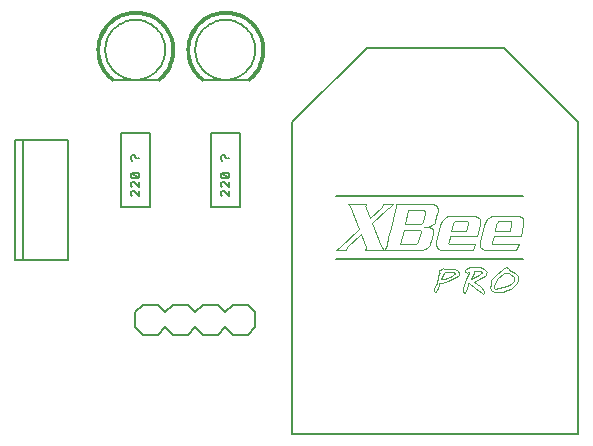
<source format=gto>
G75*
G70*
%OFA0B0*%
%FSLAX24Y24*%
%IPPOS*%
%LPD*%
%AMOC8*
5,1,8,0,0,1.08239X$1,22.5*
%
%ADD10C,0.0080*%
%ADD11C,0.0060*%
%ADD12C,0.0040*%
%ADD13C,0.0010*%
%ADD14C,0.0050*%
D10*
X010100Y011500D02*
X010100Y015500D01*
X010350Y015500D01*
X010350Y011500D01*
X010100Y011500D01*
X010350Y011500D02*
X011850Y011500D01*
X011850Y015500D01*
X010350Y015500D01*
X013350Y017500D02*
X014850Y017500D01*
X016350Y017500D02*
X017850Y017500D01*
X019336Y016083D02*
X021826Y018573D01*
X026374Y018573D01*
X028864Y016083D01*
X028864Y005687D01*
X019336Y005687D01*
X019336Y016083D01*
X017572Y015740D02*
X017572Y013260D01*
X016628Y013260D01*
X016628Y015740D01*
X017572Y015740D01*
X014572Y015740D02*
X014572Y013260D01*
X013628Y013260D01*
X013628Y015740D01*
X014572Y015740D01*
X014350Y010000D02*
X014100Y009750D01*
X014100Y009250D01*
X014350Y009000D01*
X014850Y009000D01*
X015100Y009250D01*
X015350Y009000D01*
X015850Y009000D01*
X016100Y009250D01*
X016350Y009000D01*
X016850Y009000D01*
X017100Y009250D01*
X017350Y009000D01*
X017850Y009000D01*
X018100Y009250D01*
X018100Y009750D01*
X017850Y010000D01*
X017350Y010000D01*
X017100Y009750D01*
X016850Y010000D01*
X016350Y010000D01*
X016100Y009750D01*
X015850Y010000D01*
X015350Y010000D01*
X015100Y009750D01*
X014850Y010000D01*
X014350Y010000D01*
D11*
X020800Y011541D02*
X027028Y011541D01*
X027028Y013629D02*
X020800Y013629D01*
X016100Y018500D02*
X016102Y018563D01*
X016108Y018625D01*
X016118Y018687D01*
X016131Y018749D01*
X016149Y018809D01*
X016170Y018868D01*
X016195Y018926D01*
X016224Y018982D01*
X016256Y019036D01*
X016291Y019088D01*
X016329Y019137D01*
X016371Y019185D01*
X016415Y019229D01*
X016463Y019271D01*
X016512Y019309D01*
X016564Y019344D01*
X016618Y019376D01*
X016674Y019405D01*
X016732Y019430D01*
X016791Y019451D01*
X016851Y019469D01*
X016913Y019482D01*
X016975Y019492D01*
X017037Y019498D01*
X017100Y019500D01*
X017163Y019498D01*
X017225Y019492D01*
X017287Y019482D01*
X017349Y019469D01*
X017409Y019451D01*
X017468Y019430D01*
X017526Y019405D01*
X017582Y019376D01*
X017636Y019344D01*
X017688Y019309D01*
X017737Y019271D01*
X017785Y019229D01*
X017829Y019185D01*
X017871Y019137D01*
X017909Y019088D01*
X017944Y019036D01*
X017976Y018982D01*
X018005Y018926D01*
X018030Y018868D01*
X018051Y018809D01*
X018069Y018749D01*
X018082Y018687D01*
X018092Y018625D01*
X018098Y018563D01*
X018100Y018500D01*
X018098Y018437D01*
X018092Y018375D01*
X018082Y018313D01*
X018069Y018251D01*
X018051Y018191D01*
X018030Y018132D01*
X018005Y018074D01*
X017976Y018018D01*
X017944Y017964D01*
X017909Y017912D01*
X017871Y017863D01*
X017829Y017815D01*
X017785Y017771D01*
X017737Y017729D01*
X017688Y017691D01*
X017636Y017656D01*
X017582Y017624D01*
X017526Y017595D01*
X017468Y017570D01*
X017409Y017549D01*
X017349Y017531D01*
X017287Y017518D01*
X017225Y017508D01*
X017163Y017502D01*
X017100Y017500D01*
X017037Y017502D01*
X016975Y017508D01*
X016913Y017518D01*
X016851Y017531D01*
X016791Y017549D01*
X016732Y017570D01*
X016674Y017595D01*
X016618Y017624D01*
X016564Y017656D01*
X016512Y017691D01*
X016463Y017729D01*
X016415Y017771D01*
X016371Y017815D01*
X016329Y017863D01*
X016291Y017912D01*
X016256Y017964D01*
X016224Y018018D01*
X016195Y018074D01*
X016170Y018132D01*
X016149Y018191D01*
X016131Y018251D01*
X016118Y018313D01*
X016108Y018375D01*
X016102Y018437D01*
X016100Y018500D01*
X013100Y018500D02*
X013102Y018563D01*
X013108Y018625D01*
X013118Y018687D01*
X013131Y018749D01*
X013149Y018809D01*
X013170Y018868D01*
X013195Y018926D01*
X013224Y018982D01*
X013256Y019036D01*
X013291Y019088D01*
X013329Y019137D01*
X013371Y019185D01*
X013415Y019229D01*
X013463Y019271D01*
X013512Y019309D01*
X013564Y019344D01*
X013618Y019376D01*
X013674Y019405D01*
X013732Y019430D01*
X013791Y019451D01*
X013851Y019469D01*
X013913Y019482D01*
X013975Y019492D01*
X014037Y019498D01*
X014100Y019500D01*
X014163Y019498D01*
X014225Y019492D01*
X014287Y019482D01*
X014349Y019469D01*
X014409Y019451D01*
X014468Y019430D01*
X014526Y019405D01*
X014582Y019376D01*
X014636Y019344D01*
X014688Y019309D01*
X014737Y019271D01*
X014785Y019229D01*
X014829Y019185D01*
X014871Y019137D01*
X014909Y019088D01*
X014944Y019036D01*
X014976Y018982D01*
X015005Y018926D01*
X015030Y018868D01*
X015051Y018809D01*
X015069Y018749D01*
X015082Y018687D01*
X015092Y018625D01*
X015098Y018563D01*
X015100Y018500D01*
X015098Y018437D01*
X015092Y018375D01*
X015082Y018313D01*
X015069Y018251D01*
X015051Y018191D01*
X015030Y018132D01*
X015005Y018074D01*
X014976Y018018D01*
X014944Y017964D01*
X014909Y017912D01*
X014871Y017863D01*
X014829Y017815D01*
X014785Y017771D01*
X014737Y017729D01*
X014688Y017691D01*
X014636Y017656D01*
X014582Y017624D01*
X014526Y017595D01*
X014468Y017570D01*
X014409Y017549D01*
X014349Y017531D01*
X014287Y017518D01*
X014225Y017508D01*
X014163Y017502D01*
X014100Y017500D01*
X014037Y017502D01*
X013975Y017508D01*
X013913Y017518D01*
X013851Y017531D01*
X013791Y017549D01*
X013732Y017570D01*
X013674Y017595D01*
X013618Y017624D01*
X013564Y017656D01*
X013512Y017691D01*
X013463Y017729D01*
X013415Y017771D01*
X013371Y017815D01*
X013329Y017863D01*
X013291Y017912D01*
X013256Y017964D01*
X013224Y018018D01*
X013195Y018074D01*
X013170Y018132D01*
X013149Y018191D01*
X013131Y018251D01*
X013118Y018313D01*
X013108Y018375D01*
X013102Y018437D01*
X013100Y018500D01*
D12*
X020783Y011837D02*
X020920Y011935D01*
X021556Y012533D01*
X021244Y013295D01*
X021183Y013355D01*
X021786Y013355D01*
X021786Y013322D01*
X021770Y013289D01*
X021786Y013262D01*
X021786Y013235D01*
X021924Y012889D01*
X022313Y013273D01*
X022335Y013300D01*
X022351Y013333D01*
X022357Y013355D01*
X022702Y013355D01*
X022631Y013306D01*
X022576Y013268D01*
X022499Y013202D01*
X021984Y012719D01*
X022291Y011963D01*
X022379Y011842D01*
X022395Y011842D01*
X022428Y011875D01*
X022472Y012007D01*
X022538Y012253D01*
X022614Y012566D01*
X022757Y013147D01*
X022779Y013246D01*
X022779Y013355D01*
X024023Y013355D01*
X024089Y013339D01*
X024133Y013311D01*
X024166Y013251D01*
X024188Y013196D01*
X024188Y013103D01*
X024171Y013059D01*
X024105Y012785D01*
X024084Y012730D01*
X024001Y012648D01*
X023936Y012621D01*
X023848Y012599D01*
X023738Y012599D01*
X023897Y012577D01*
X024012Y012522D01*
X024018Y012511D01*
X024018Y012363D01*
X023957Y012122D01*
X023919Y012061D01*
X023908Y011996D01*
X023826Y011902D01*
X023760Y011870D01*
X023656Y011837D01*
X021754Y011837D01*
X021786Y011897D01*
X021786Y011935D01*
X021611Y012368D01*
X021156Y011924D01*
X021107Y011837D01*
X020783Y011837D01*
X022916Y012023D02*
X023042Y012505D01*
X023541Y012505D01*
X023585Y012489D01*
X023612Y012451D01*
X023612Y012434D01*
X023530Y012111D01*
X023508Y012078D01*
X023469Y012034D01*
X023448Y012023D01*
X022916Y012023D01*
X023080Y012703D02*
X023195Y013169D01*
X023700Y013169D01*
X023749Y013141D01*
X023755Y013054D01*
X023678Y012763D01*
X023661Y012725D01*
X023629Y012703D01*
X023080Y012703D01*
X024138Y012122D02*
X024127Y012034D01*
X024127Y011979D01*
X024144Y011919D01*
X024171Y011880D01*
X024215Y011848D01*
X024259Y011837D01*
X025344Y011837D01*
X025421Y012023D01*
X025350Y012012D01*
X024560Y012012D01*
X024539Y012029D01*
X024533Y012067D01*
X024544Y012100D01*
X024588Y012286D01*
X025487Y012286D01*
X025580Y012664D01*
X025580Y012856D01*
X025558Y012878D01*
X025487Y012933D01*
X025427Y012955D01*
X024566Y012955D01*
X024533Y012950D01*
X024467Y012928D01*
X024380Y012873D01*
X024330Y012801D01*
X024264Y012670D01*
X024248Y012610D01*
X024138Y012122D01*
X024637Y012462D02*
X024643Y012456D01*
X025114Y012456D01*
X025174Y012692D01*
X025174Y012763D01*
X025158Y012780D01*
X025136Y012785D01*
X024747Y012785D01*
X024714Y012769D01*
X024692Y012730D01*
X024676Y012686D01*
X024637Y012462D01*
X025597Y012122D02*
X025586Y012034D01*
X025586Y011979D01*
X025602Y011919D01*
X025629Y011880D01*
X025673Y011848D01*
X025717Y011837D01*
X026803Y011837D01*
X026879Y012023D01*
X026808Y012012D01*
X026019Y012012D01*
X025997Y012029D01*
X025991Y012067D01*
X026002Y012100D01*
X026046Y012286D01*
X026945Y012286D01*
X027038Y012664D01*
X027038Y012856D01*
X027017Y012878D01*
X026945Y012933D01*
X026885Y012955D01*
X026024Y012955D01*
X025991Y012950D01*
X025926Y012928D01*
X025838Y012873D01*
X025789Y012801D01*
X025723Y012670D01*
X025706Y012610D01*
X025597Y012122D01*
X026096Y012462D02*
X026101Y012456D01*
X026572Y012456D01*
X026633Y012692D01*
X026633Y012763D01*
X026616Y012780D01*
X026594Y012785D01*
X026205Y012785D01*
X026172Y012769D01*
X026150Y012730D01*
X026134Y012686D01*
X026096Y012462D01*
X026457Y011245D02*
X026342Y011184D01*
X026134Y011009D01*
X025986Y010861D01*
X025969Y010817D01*
X025942Y010685D01*
X025937Y010576D01*
X025991Y010472D01*
X026085Y010411D01*
X026211Y010411D01*
X026370Y010433D01*
X026474Y010499D01*
X026616Y010532D01*
X026693Y010609D01*
X026797Y010691D01*
X026858Y010800D01*
X026869Y010872D01*
X026841Y010976D01*
X026748Y011053D01*
X026638Y011129D01*
X026561Y011151D01*
X026556Y011179D01*
X026518Y011223D01*
X026463Y011245D01*
X026403Y011058D02*
X026342Y011014D01*
X026200Y010905D01*
X026106Y010779D01*
X026057Y010620D01*
X026052Y010565D01*
X026101Y010537D01*
X026233Y010543D01*
X026364Y010592D01*
X026501Y010636D01*
X026616Y010702D01*
X026726Y010779D01*
X026726Y010910D01*
X026605Y011036D01*
X026540Y011058D01*
X026403Y011058D01*
X025816Y011102D02*
X025789Y011053D01*
X025789Y011009D01*
X025745Y010965D01*
X025684Y010927D01*
X025564Y010872D01*
X025449Y010800D01*
X025394Y010768D01*
X025476Y010685D01*
X025580Y010614D01*
X025657Y010554D01*
X025701Y010499D01*
X025723Y010444D01*
X025728Y010411D01*
X025712Y010378D01*
X025695Y010373D01*
X025651Y010406D01*
X025438Y010576D01*
X025235Y010713D01*
X025196Y010713D01*
X025185Y010674D01*
X025147Y010565D01*
X025114Y010466D01*
X025092Y010411D01*
X025092Y010378D01*
X025032Y010433D01*
X025026Y010515D01*
X025037Y010570D01*
X025087Y010746D01*
X025114Y010844D01*
X025174Y010981D01*
X025213Y011053D01*
X025229Y011091D01*
X025191Y011097D01*
X025147Y011064D01*
X025147Y011069D01*
X025131Y011091D01*
X025103Y011107D01*
X025092Y011129D01*
X025098Y011162D01*
X025131Y011195D01*
X025191Y011217D01*
X025262Y011245D01*
X025580Y011245D01*
X025646Y011228D01*
X025723Y011201D01*
X025767Y011173D01*
X025805Y011129D01*
X025816Y011102D01*
X025662Y011069D02*
X025624Y011058D01*
X025569Y011003D01*
X025492Y010959D01*
X025421Y010921D01*
X025339Y010905D01*
X025273Y010872D01*
X025377Y011058D01*
X025383Y011113D01*
X025580Y011113D01*
X025646Y011102D01*
X025662Y011069D01*
X024895Y011075D02*
X024895Y011053D01*
X024873Y011003D01*
X024840Y010965D01*
X024774Y010921D01*
X024533Y010800D01*
X024407Y010751D01*
X024308Y010729D01*
X024275Y010724D01*
X024237Y010724D01*
X024221Y010674D01*
X024188Y010576D01*
X024160Y010488D01*
X024138Y010450D01*
X024127Y010428D01*
X024105Y010417D01*
X024078Y010433D01*
X024056Y010466D01*
X024056Y010504D01*
X024067Y010548D01*
X024116Y010652D01*
X024149Y010729D01*
X024160Y010800D01*
X024177Y010866D01*
X024204Y010954D01*
X024232Y011020D01*
X024259Y011064D01*
X024215Y011064D01*
X024215Y011157D01*
X024264Y011157D01*
X024308Y011190D01*
X024352Y011234D01*
X024401Y011206D01*
X024599Y011206D01*
X024758Y011190D01*
X024867Y011124D01*
X024895Y011075D01*
X024769Y011058D02*
X024763Y011042D01*
X024736Y011020D01*
X024648Y010976D01*
X024577Y010927D01*
X024478Y010899D01*
X024407Y010872D01*
X024363Y010866D01*
X024297Y010866D01*
X024396Y011069D01*
X024407Y011097D01*
X024687Y011097D01*
X024752Y011069D01*
X024769Y011058D01*
D13*
X017880Y017468D02*
X017826Y017540D01*
X017827Y017539D02*
X017880Y017582D01*
X017931Y017627D01*
X017979Y017676D01*
X018024Y017727D01*
X018067Y017781D01*
X018106Y017837D01*
X018142Y017895D01*
X018175Y017955D01*
X018204Y018016D01*
X018229Y018080D01*
X018251Y018144D01*
X018270Y018210D01*
X018284Y018277D01*
X018295Y018344D01*
X018302Y018412D01*
X018305Y018480D01*
X018304Y018549D01*
X018299Y018617D01*
X018291Y018685D01*
X018278Y018752D01*
X018262Y018818D01*
X018242Y018883D01*
X018219Y018948D01*
X018192Y019010D01*
X018161Y019071D01*
X018127Y019130D01*
X018090Y019188D01*
X018049Y019243D01*
X018005Y019295D01*
X017959Y019345D01*
X017910Y019392D01*
X017858Y019437D01*
X017804Y019478D01*
X017747Y019517D01*
X017688Y019552D01*
X017628Y019583D01*
X017566Y019611D01*
X017502Y019636D01*
X017437Y019657D01*
X017371Y019674D01*
X017304Y019688D01*
X017236Y019697D01*
X017168Y019703D01*
X017100Y019705D01*
X017032Y019703D01*
X016964Y019697D01*
X016896Y019688D01*
X016829Y019674D01*
X016763Y019657D01*
X016698Y019636D01*
X016634Y019611D01*
X016572Y019583D01*
X016512Y019552D01*
X016453Y019517D01*
X016396Y019478D01*
X016342Y019437D01*
X016290Y019392D01*
X016241Y019345D01*
X016195Y019295D01*
X016151Y019243D01*
X016110Y019188D01*
X016073Y019130D01*
X016039Y019071D01*
X016008Y019010D01*
X015981Y018948D01*
X015958Y018883D01*
X015938Y018818D01*
X015922Y018752D01*
X015909Y018685D01*
X015901Y018617D01*
X015896Y018549D01*
X015895Y018480D01*
X015898Y018412D01*
X015905Y018344D01*
X015916Y018277D01*
X015930Y018210D01*
X015949Y018144D01*
X015971Y018080D01*
X015996Y018016D01*
X016025Y017955D01*
X016058Y017895D01*
X016094Y017837D01*
X016133Y017781D01*
X016176Y017727D01*
X016221Y017676D01*
X016269Y017627D01*
X016320Y017582D01*
X016373Y017539D01*
X016320Y017468D01*
X016319Y017467D01*
X016264Y017511D01*
X016211Y017559D01*
X016160Y017609D01*
X016113Y017662D01*
X016069Y017717D01*
X016027Y017775D01*
X015989Y017835D01*
X015954Y017896D01*
X015923Y017960D01*
X015895Y018025D01*
X015871Y018092D01*
X015850Y018160D01*
X015834Y018229D01*
X015821Y018299D01*
X015812Y018369D01*
X015806Y018440D01*
X015805Y018511D01*
X015808Y018582D01*
X015814Y018653D01*
X015824Y018723D01*
X015838Y018792D01*
X015856Y018861D01*
X015878Y018929D01*
X015903Y018995D01*
X015932Y019060D01*
X015965Y019123D01*
X016001Y019184D01*
X016040Y019243D01*
X016082Y019300D01*
X016127Y019355D01*
X016176Y019407D01*
X016227Y019456D01*
X016280Y019503D01*
X016337Y019546D01*
X016395Y019586D01*
X016456Y019623D01*
X016518Y019657D01*
X016582Y019687D01*
X016648Y019714D01*
X016715Y019737D01*
X016784Y019756D01*
X016853Y019771D01*
X016923Y019783D01*
X016994Y019791D01*
X017065Y019795D01*
X017135Y019795D01*
X017206Y019791D01*
X017277Y019783D01*
X017347Y019771D01*
X017416Y019756D01*
X017485Y019737D01*
X017552Y019714D01*
X017618Y019687D01*
X017682Y019657D01*
X017744Y019623D01*
X017805Y019586D01*
X017863Y019546D01*
X017920Y019503D01*
X017973Y019456D01*
X018024Y019407D01*
X018073Y019355D01*
X018118Y019300D01*
X018160Y019243D01*
X018199Y019184D01*
X018235Y019123D01*
X018268Y019060D01*
X018297Y018995D01*
X018322Y018929D01*
X018344Y018861D01*
X018362Y018792D01*
X018376Y018723D01*
X018386Y018653D01*
X018392Y018582D01*
X018395Y018511D01*
X018394Y018440D01*
X018388Y018369D01*
X018379Y018299D01*
X018366Y018229D01*
X018350Y018160D01*
X018329Y018092D01*
X018305Y018025D01*
X018277Y017960D01*
X018246Y017896D01*
X018211Y017835D01*
X018173Y017775D01*
X018131Y017717D01*
X018087Y017662D01*
X018040Y017609D01*
X017989Y017559D01*
X017936Y017511D01*
X017881Y017467D01*
X017876Y017474D01*
X017931Y017519D01*
X017984Y017566D01*
X018035Y017617D01*
X018082Y017670D01*
X018127Y017726D01*
X018168Y017784D01*
X018206Y017844D01*
X018241Y017906D01*
X018272Y017970D01*
X018299Y018036D01*
X018323Y018103D01*
X018343Y018172D01*
X018360Y018241D01*
X018372Y018311D01*
X018381Y018382D01*
X018385Y018453D01*
X018386Y018524D01*
X018382Y018595D01*
X018375Y018666D01*
X018364Y018737D01*
X018349Y018806D01*
X018330Y018875D01*
X018307Y018943D01*
X018281Y019009D01*
X018251Y019074D01*
X018217Y019136D01*
X018181Y019197D01*
X018140Y019256D01*
X018097Y019313D01*
X018050Y019367D01*
X018001Y019418D01*
X017948Y019466D01*
X017894Y019512D01*
X017836Y019554D01*
X017777Y019593D01*
X017715Y019629D01*
X017652Y019662D01*
X017587Y019690D01*
X017520Y019716D01*
X017452Y019737D01*
X017383Y019755D01*
X017313Y019768D01*
X017242Y019778D01*
X017171Y019784D01*
X017100Y019786D01*
X017029Y019784D01*
X016958Y019778D01*
X016887Y019768D01*
X016817Y019755D01*
X016748Y019737D01*
X016680Y019716D01*
X016613Y019690D01*
X016548Y019662D01*
X016485Y019629D01*
X016423Y019593D01*
X016364Y019554D01*
X016306Y019512D01*
X016252Y019466D01*
X016199Y019418D01*
X016150Y019367D01*
X016103Y019313D01*
X016060Y019256D01*
X016019Y019197D01*
X015983Y019136D01*
X015949Y019074D01*
X015919Y019009D01*
X015893Y018943D01*
X015870Y018875D01*
X015851Y018806D01*
X015836Y018737D01*
X015825Y018666D01*
X015818Y018595D01*
X015814Y018524D01*
X015815Y018453D01*
X015819Y018382D01*
X015828Y018311D01*
X015840Y018241D01*
X015857Y018172D01*
X015877Y018103D01*
X015901Y018036D01*
X015928Y017970D01*
X015959Y017906D01*
X015994Y017844D01*
X016032Y017784D01*
X016073Y017726D01*
X016118Y017670D01*
X016165Y017617D01*
X016216Y017566D01*
X016269Y017519D01*
X016324Y017474D01*
X016330Y017481D01*
X016275Y017526D01*
X016222Y017573D01*
X016172Y017623D01*
X016125Y017676D01*
X016081Y017731D01*
X016039Y017789D01*
X016002Y017848D01*
X015967Y017910D01*
X015936Y017974D01*
X015909Y018039D01*
X015885Y018106D01*
X015865Y018174D01*
X015849Y018243D01*
X015837Y018312D01*
X015828Y018383D01*
X015824Y018453D01*
X015823Y018524D01*
X015827Y018595D01*
X015834Y018665D01*
X015845Y018735D01*
X015860Y018804D01*
X015879Y018872D01*
X015901Y018940D01*
X015927Y019005D01*
X015957Y019070D01*
X015990Y019132D01*
X016027Y019192D01*
X016067Y019251D01*
X016110Y019307D01*
X016156Y019361D01*
X016206Y019411D01*
X016257Y019460D01*
X016312Y019505D01*
X016369Y019547D01*
X016428Y019586D01*
X016489Y019621D01*
X016552Y019654D01*
X016617Y019682D01*
X016683Y019707D01*
X016751Y019728D01*
X016819Y019746D01*
X016889Y019759D01*
X016959Y019769D01*
X017029Y019775D01*
X017100Y019777D01*
X017171Y019775D01*
X017241Y019769D01*
X017311Y019759D01*
X017381Y019746D01*
X017449Y019728D01*
X017517Y019707D01*
X017583Y019682D01*
X017648Y019654D01*
X017711Y019621D01*
X017772Y019586D01*
X017831Y019547D01*
X017888Y019505D01*
X017943Y019460D01*
X017994Y019411D01*
X018044Y019361D01*
X018090Y019307D01*
X018133Y019251D01*
X018173Y019192D01*
X018210Y019132D01*
X018243Y019070D01*
X018273Y019005D01*
X018299Y018940D01*
X018321Y018872D01*
X018340Y018804D01*
X018355Y018735D01*
X018366Y018665D01*
X018373Y018595D01*
X018377Y018524D01*
X018376Y018453D01*
X018372Y018383D01*
X018363Y018312D01*
X018351Y018243D01*
X018335Y018174D01*
X018315Y018106D01*
X018291Y018039D01*
X018264Y017974D01*
X018233Y017910D01*
X018198Y017848D01*
X018161Y017789D01*
X018119Y017731D01*
X018075Y017676D01*
X018028Y017623D01*
X017978Y017573D01*
X017925Y017526D01*
X017870Y017481D01*
X017865Y017489D01*
X017920Y017533D01*
X017973Y017581D01*
X018023Y017631D01*
X018071Y017684D01*
X018115Y017740D01*
X018156Y017798D01*
X018193Y017858D01*
X018228Y017920D01*
X018258Y017984D01*
X018285Y018050D01*
X018309Y018117D01*
X018328Y018185D01*
X018344Y018255D01*
X018356Y018325D01*
X018364Y018395D01*
X018368Y018466D01*
X018367Y018537D01*
X018363Y018608D01*
X018355Y018679D01*
X018343Y018749D01*
X018327Y018818D01*
X018308Y018886D01*
X018284Y018954D01*
X018257Y019019D01*
X018226Y019083D01*
X018192Y019145D01*
X018154Y019205D01*
X018112Y019263D01*
X018068Y019319D01*
X018021Y019372D01*
X017970Y019422D01*
X017917Y019469D01*
X017862Y019514D01*
X017804Y019555D01*
X017744Y019592D01*
X017681Y019627D01*
X017617Y019658D01*
X017552Y019685D01*
X017485Y019708D01*
X017416Y019728D01*
X017347Y019744D01*
X017277Y019756D01*
X017206Y019764D01*
X017136Y019768D01*
X017064Y019768D01*
X016994Y019764D01*
X016923Y019756D01*
X016853Y019744D01*
X016784Y019728D01*
X016715Y019708D01*
X016648Y019685D01*
X016583Y019658D01*
X016519Y019627D01*
X016456Y019592D01*
X016396Y019555D01*
X016338Y019514D01*
X016283Y019469D01*
X016230Y019422D01*
X016179Y019372D01*
X016132Y019319D01*
X016088Y019263D01*
X016046Y019205D01*
X016008Y019145D01*
X015974Y019083D01*
X015943Y019019D01*
X015916Y018954D01*
X015892Y018886D01*
X015873Y018818D01*
X015857Y018749D01*
X015845Y018679D01*
X015837Y018608D01*
X015833Y018537D01*
X015832Y018466D01*
X015836Y018395D01*
X015844Y018325D01*
X015856Y018255D01*
X015872Y018185D01*
X015891Y018117D01*
X015915Y018050D01*
X015942Y017984D01*
X015972Y017920D01*
X016007Y017858D01*
X016044Y017798D01*
X016085Y017740D01*
X016129Y017684D01*
X016177Y017631D01*
X016227Y017581D01*
X016280Y017533D01*
X016335Y017489D01*
X016341Y017496D01*
X016286Y017540D01*
X016233Y017587D01*
X016183Y017637D01*
X016136Y017690D01*
X016092Y017745D01*
X016052Y017803D01*
X016014Y017862D01*
X015980Y017924D01*
X015950Y017988D01*
X015923Y018053D01*
X015900Y018120D01*
X015880Y018188D01*
X015865Y018256D01*
X015853Y018326D01*
X015845Y018396D01*
X015841Y018467D01*
X015842Y018537D01*
X015846Y018608D01*
X015854Y018678D01*
X015866Y018747D01*
X015881Y018816D01*
X015901Y018884D01*
X015924Y018950D01*
X015951Y019015D01*
X015982Y019079D01*
X016016Y019141D01*
X016054Y019200D01*
X016095Y019258D01*
X016139Y019313D01*
X016186Y019366D01*
X016236Y019415D01*
X016288Y019462D01*
X016344Y019506D01*
X016401Y019547D01*
X016461Y019585D01*
X016523Y019619D01*
X016586Y019649D01*
X016651Y019676D01*
X016718Y019700D01*
X016786Y019719D01*
X016855Y019735D01*
X016924Y019747D01*
X016994Y019755D01*
X017065Y019759D01*
X017135Y019759D01*
X017206Y019755D01*
X017276Y019747D01*
X017345Y019735D01*
X017414Y019719D01*
X017482Y019700D01*
X017549Y019676D01*
X017614Y019649D01*
X017677Y019619D01*
X017739Y019585D01*
X017799Y019547D01*
X017856Y019506D01*
X017912Y019462D01*
X017964Y019415D01*
X018014Y019366D01*
X018061Y019313D01*
X018105Y019258D01*
X018146Y019200D01*
X018184Y019141D01*
X018218Y019079D01*
X018249Y019015D01*
X018276Y018950D01*
X018299Y018884D01*
X018319Y018816D01*
X018334Y018747D01*
X018346Y018678D01*
X018354Y018608D01*
X018358Y018537D01*
X018359Y018467D01*
X018355Y018396D01*
X018347Y018326D01*
X018335Y018256D01*
X018320Y018188D01*
X018300Y018120D01*
X018277Y018053D01*
X018250Y017988D01*
X018220Y017924D01*
X018186Y017862D01*
X018148Y017803D01*
X018108Y017745D01*
X018064Y017690D01*
X018017Y017637D01*
X017967Y017587D01*
X017914Y017540D01*
X017859Y017496D01*
X017854Y017503D01*
X017909Y017547D01*
X017961Y017594D01*
X018010Y017643D01*
X018057Y017696D01*
X018100Y017750D01*
X018141Y017808D01*
X018178Y017867D01*
X018212Y017928D01*
X018242Y017992D01*
X018269Y018056D01*
X018292Y018123D01*
X018311Y018190D01*
X018326Y018258D01*
X018338Y018327D01*
X018346Y018397D01*
X018350Y018467D01*
X018349Y018537D01*
X018345Y018607D01*
X018337Y018676D01*
X018326Y018745D01*
X018310Y018814D01*
X018291Y018881D01*
X018267Y018947D01*
X018240Y019012D01*
X018210Y019075D01*
X018176Y019136D01*
X018139Y019195D01*
X018098Y019253D01*
X018054Y019307D01*
X018008Y019359D01*
X017958Y019409D01*
X017906Y019456D01*
X017851Y019499D01*
X017794Y019540D01*
X017735Y019577D01*
X017673Y019611D01*
X017610Y019641D01*
X017545Y019668D01*
X017479Y019691D01*
X017412Y019710D01*
X017344Y019726D01*
X017275Y019738D01*
X017205Y019746D01*
X017135Y019750D01*
X017065Y019750D01*
X016995Y019746D01*
X016925Y019738D01*
X016856Y019726D01*
X016788Y019710D01*
X016721Y019691D01*
X016655Y019668D01*
X016590Y019641D01*
X016527Y019611D01*
X016465Y019577D01*
X016406Y019540D01*
X016349Y019499D01*
X016294Y019456D01*
X016242Y019409D01*
X016192Y019359D01*
X016146Y019307D01*
X016102Y019253D01*
X016061Y019195D01*
X016024Y019136D01*
X015990Y019075D01*
X015960Y019012D01*
X015933Y018947D01*
X015909Y018881D01*
X015890Y018814D01*
X015874Y018745D01*
X015863Y018676D01*
X015855Y018607D01*
X015851Y018537D01*
X015850Y018467D01*
X015854Y018397D01*
X015862Y018327D01*
X015874Y018258D01*
X015889Y018190D01*
X015908Y018123D01*
X015931Y018056D01*
X015958Y017992D01*
X015988Y017928D01*
X016022Y017867D01*
X016059Y017808D01*
X016100Y017750D01*
X016143Y017696D01*
X016190Y017643D01*
X016239Y017594D01*
X016291Y017547D01*
X016346Y017503D01*
X016351Y017510D01*
X016297Y017554D01*
X016245Y017600D01*
X016196Y017649D01*
X016150Y017701D01*
X016107Y017756D01*
X016067Y017813D01*
X016030Y017872D01*
X015996Y017933D01*
X015966Y017995D01*
X015940Y018060D01*
X015917Y018125D01*
X015898Y018192D01*
X015882Y018260D01*
X015871Y018329D01*
X015863Y018398D01*
X015859Y018467D01*
X015860Y018537D01*
X015864Y018606D01*
X015871Y018675D01*
X015883Y018744D01*
X015899Y018811D01*
X015918Y018878D01*
X015941Y018944D01*
X015968Y019008D01*
X015998Y019071D01*
X016032Y019132D01*
X016069Y019190D01*
X016109Y019247D01*
X016152Y019301D01*
X016199Y019353D01*
X016248Y019402D01*
X016300Y019449D01*
X016354Y019492D01*
X016411Y019532D01*
X016470Y019569D01*
X016531Y019603D01*
X016594Y019633D01*
X016658Y019660D01*
X016723Y019683D01*
X016790Y019702D01*
X016858Y019717D01*
X016927Y019729D01*
X016996Y019737D01*
X017065Y019741D01*
X017135Y019741D01*
X017204Y019737D01*
X017273Y019729D01*
X017342Y019717D01*
X017410Y019702D01*
X017477Y019683D01*
X017542Y019660D01*
X017606Y019633D01*
X017669Y019603D01*
X017730Y019569D01*
X017789Y019532D01*
X017846Y019492D01*
X017900Y019449D01*
X017952Y019402D01*
X018001Y019353D01*
X018048Y019301D01*
X018091Y019247D01*
X018131Y019190D01*
X018168Y019132D01*
X018202Y019071D01*
X018232Y019008D01*
X018259Y018944D01*
X018282Y018878D01*
X018301Y018811D01*
X018317Y018744D01*
X018329Y018675D01*
X018336Y018606D01*
X018340Y018537D01*
X018341Y018467D01*
X018337Y018398D01*
X018329Y018329D01*
X018318Y018260D01*
X018302Y018192D01*
X018283Y018125D01*
X018260Y018060D01*
X018234Y017995D01*
X018204Y017933D01*
X018170Y017872D01*
X018133Y017813D01*
X018093Y017756D01*
X018050Y017701D01*
X018004Y017649D01*
X017955Y017600D01*
X017903Y017554D01*
X017849Y017510D01*
X017843Y017517D01*
X017897Y017561D01*
X017948Y017607D01*
X017997Y017656D01*
X018043Y017707D01*
X018086Y017761D01*
X018126Y017818D01*
X018162Y017876D01*
X018196Y017937D01*
X018226Y017999D01*
X018252Y018063D01*
X018274Y018128D01*
X018293Y018194D01*
X018309Y018262D01*
X018320Y018330D01*
X018328Y018398D01*
X018332Y018467D01*
X018331Y018536D01*
X018327Y018605D01*
X018320Y018674D01*
X018308Y018742D01*
X018293Y018809D01*
X018273Y018876D01*
X018250Y018941D01*
X018224Y019004D01*
X018194Y019067D01*
X018161Y019127D01*
X018124Y019185D01*
X018084Y019242D01*
X018041Y019296D01*
X017995Y019347D01*
X017946Y019396D01*
X017894Y019442D01*
X017840Y019485D01*
X017784Y019525D01*
X017725Y019561D01*
X017665Y019595D01*
X017603Y019625D01*
X017539Y019651D01*
X017474Y019674D01*
X017407Y019693D01*
X017340Y019708D01*
X017272Y019720D01*
X017203Y019728D01*
X017135Y019732D01*
X017065Y019732D01*
X016997Y019728D01*
X016928Y019720D01*
X016860Y019708D01*
X016793Y019693D01*
X016726Y019674D01*
X016661Y019651D01*
X016597Y019625D01*
X016535Y019595D01*
X016475Y019561D01*
X016416Y019525D01*
X016360Y019485D01*
X016306Y019442D01*
X016254Y019396D01*
X016205Y019347D01*
X016159Y019296D01*
X016116Y019242D01*
X016076Y019185D01*
X016039Y019127D01*
X016006Y019067D01*
X015976Y019004D01*
X015950Y018941D01*
X015927Y018876D01*
X015907Y018809D01*
X015892Y018742D01*
X015880Y018674D01*
X015873Y018605D01*
X015869Y018536D01*
X015868Y018467D01*
X015872Y018398D01*
X015880Y018330D01*
X015891Y018262D01*
X015907Y018194D01*
X015926Y018128D01*
X015948Y018063D01*
X015974Y017999D01*
X016004Y017937D01*
X016038Y017876D01*
X016074Y017818D01*
X016114Y017761D01*
X016157Y017707D01*
X016203Y017656D01*
X016252Y017607D01*
X016303Y017561D01*
X016357Y017517D01*
X016362Y017525D01*
X016308Y017568D01*
X016257Y017614D01*
X016208Y017664D01*
X016162Y017715D01*
X016119Y017770D01*
X016079Y017827D01*
X016043Y017885D01*
X016009Y017946D01*
X015980Y018009D01*
X015954Y018073D01*
X015932Y018139D01*
X015913Y018206D01*
X015898Y018273D01*
X015887Y018342D01*
X015880Y018411D01*
X015877Y018480D01*
X015878Y018549D01*
X015883Y018619D01*
X015891Y018687D01*
X015904Y018755D01*
X015920Y018823D01*
X015941Y018889D01*
X015964Y018954D01*
X015992Y019018D01*
X016023Y019080D01*
X016058Y019140D01*
X016096Y019198D01*
X016137Y019254D01*
X016181Y019307D01*
X016228Y019358D01*
X016278Y019406D01*
X016331Y019451D01*
X016386Y019493D01*
X016443Y019532D01*
X016503Y019567D01*
X016564Y019599D01*
X016627Y019628D01*
X016692Y019653D01*
X016758Y019674D01*
X016825Y019692D01*
X016893Y019705D01*
X016962Y019715D01*
X017031Y019721D01*
X017100Y019723D01*
X017169Y019721D01*
X017238Y019715D01*
X017307Y019705D01*
X017375Y019692D01*
X017442Y019674D01*
X017508Y019653D01*
X017573Y019628D01*
X017636Y019599D01*
X017697Y019567D01*
X017757Y019532D01*
X017814Y019493D01*
X017869Y019451D01*
X017922Y019406D01*
X017972Y019358D01*
X018019Y019307D01*
X018063Y019254D01*
X018104Y019198D01*
X018142Y019140D01*
X018177Y019080D01*
X018208Y019018D01*
X018236Y018954D01*
X018259Y018889D01*
X018280Y018823D01*
X018296Y018755D01*
X018309Y018687D01*
X018317Y018619D01*
X018322Y018549D01*
X018323Y018480D01*
X018320Y018411D01*
X018313Y018342D01*
X018302Y018273D01*
X018287Y018206D01*
X018268Y018139D01*
X018246Y018073D01*
X018220Y018009D01*
X018191Y017946D01*
X018157Y017885D01*
X018121Y017827D01*
X018081Y017770D01*
X018038Y017715D01*
X017992Y017664D01*
X017943Y017614D01*
X017892Y017568D01*
X017838Y017525D01*
X017832Y017532D01*
X017886Y017575D01*
X017937Y017621D01*
X017986Y017670D01*
X018031Y017721D01*
X018074Y017775D01*
X018113Y017832D01*
X018150Y017890D01*
X018183Y017950D01*
X018212Y018013D01*
X018238Y018076D01*
X018260Y018142D01*
X018278Y018208D01*
X018293Y018275D01*
X018304Y018343D01*
X018311Y018412D01*
X018314Y018480D01*
X018313Y018549D01*
X018308Y018618D01*
X018300Y018686D01*
X018287Y018754D01*
X018271Y018820D01*
X018251Y018886D01*
X018227Y018951D01*
X018200Y019014D01*
X018169Y019075D01*
X018135Y019135D01*
X018097Y019193D01*
X018056Y019248D01*
X018012Y019301D01*
X017965Y019351D01*
X017916Y019399D01*
X017864Y019444D01*
X017809Y019486D01*
X017752Y019524D01*
X017693Y019559D01*
X017632Y019591D01*
X017569Y019620D01*
X017505Y019644D01*
X017439Y019666D01*
X017373Y019683D01*
X017305Y019696D01*
X017237Y019706D01*
X017169Y019712D01*
X017100Y019714D01*
X017031Y019712D01*
X016963Y019706D01*
X016895Y019696D01*
X016827Y019683D01*
X016761Y019666D01*
X016695Y019644D01*
X016631Y019620D01*
X016568Y019591D01*
X016507Y019559D01*
X016448Y019524D01*
X016391Y019486D01*
X016336Y019444D01*
X016284Y019399D01*
X016235Y019351D01*
X016188Y019301D01*
X016144Y019248D01*
X016103Y019193D01*
X016065Y019135D01*
X016031Y019075D01*
X016000Y019014D01*
X015973Y018951D01*
X015949Y018886D01*
X015929Y018820D01*
X015913Y018754D01*
X015900Y018686D01*
X015892Y018618D01*
X015887Y018549D01*
X015886Y018480D01*
X015889Y018412D01*
X015896Y018343D01*
X015907Y018275D01*
X015922Y018208D01*
X015940Y018142D01*
X015962Y018076D01*
X015988Y018013D01*
X016017Y017950D01*
X016050Y017890D01*
X016087Y017832D01*
X016126Y017775D01*
X016169Y017721D01*
X016214Y017670D01*
X016263Y017621D01*
X016314Y017575D01*
X016368Y017532D01*
X014880Y017468D02*
X014826Y017540D01*
X014827Y017539D02*
X014880Y017582D01*
X014931Y017627D01*
X014979Y017676D01*
X015024Y017727D01*
X015067Y017781D01*
X015106Y017837D01*
X015142Y017895D01*
X015175Y017955D01*
X015204Y018016D01*
X015229Y018080D01*
X015251Y018144D01*
X015270Y018210D01*
X015284Y018277D01*
X015295Y018344D01*
X015302Y018412D01*
X015305Y018480D01*
X015304Y018549D01*
X015299Y018617D01*
X015291Y018685D01*
X015278Y018752D01*
X015262Y018818D01*
X015242Y018883D01*
X015219Y018948D01*
X015192Y019010D01*
X015161Y019071D01*
X015127Y019130D01*
X015090Y019188D01*
X015049Y019243D01*
X015005Y019295D01*
X014959Y019345D01*
X014910Y019392D01*
X014858Y019437D01*
X014804Y019478D01*
X014747Y019517D01*
X014688Y019552D01*
X014628Y019583D01*
X014566Y019611D01*
X014502Y019636D01*
X014437Y019657D01*
X014371Y019674D01*
X014304Y019688D01*
X014236Y019697D01*
X014168Y019703D01*
X014100Y019705D01*
X014032Y019703D01*
X013964Y019697D01*
X013896Y019688D01*
X013829Y019674D01*
X013763Y019657D01*
X013698Y019636D01*
X013634Y019611D01*
X013572Y019583D01*
X013512Y019552D01*
X013453Y019517D01*
X013396Y019478D01*
X013342Y019437D01*
X013290Y019392D01*
X013241Y019345D01*
X013195Y019295D01*
X013151Y019243D01*
X013110Y019188D01*
X013073Y019130D01*
X013039Y019071D01*
X013008Y019010D01*
X012981Y018948D01*
X012958Y018883D01*
X012938Y018818D01*
X012922Y018752D01*
X012909Y018685D01*
X012901Y018617D01*
X012896Y018549D01*
X012895Y018480D01*
X012898Y018412D01*
X012905Y018344D01*
X012916Y018277D01*
X012930Y018210D01*
X012949Y018144D01*
X012971Y018080D01*
X012996Y018016D01*
X013025Y017955D01*
X013058Y017895D01*
X013094Y017837D01*
X013133Y017781D01*
X013176Y017727D01*
X013221Y017676D01*
X013269Y017627D01*
X013320Y017582D01*
X013373Y017539D01*
X013320Y017468D01*
X013319Y017467D01*
X013264Y017511D01*
X013211Y017559D01*
X013160Y017609D01*
X013113Y017662D01*
X013069Y017717D01*
X013027Y017775D01*
X012989Y017835D01*
X012954Y017896D01*
X012923Y017960D01*
X012895Y018025D01*
X012871Y018092D01*
X012850Y018160D01*
X012834Y018229D01*
X012821Y018299D01*
X012812Y018369D01*
X012806Y018440D01*
X012805Y018511D01*
X012808Y018582D01*
X012814Y018653D01*
X012824Y018723D01*
X012838Y018792D01*
X012856Y018861D01*
X012878Y018929D01*
X012903Y018995D01*
X012932Y019060D01*
X012965Y019123D01*
X013001Y019184D01*
X013040Y019243D01*
X013082Y019300D01*
X013127Y019355D01*
X013176Y019407D01*
X013227Y019456D01*
X013280Y019503D01*
X013337Y019546D01*
X013395Y019586D01*
X013456Y019623D01*
X013518Y019657D01*
X013582Y019687D01*
X013648Y019714D01*
X013715Y019737D01*
X013784Y019756D01*
X013853Y019771D01*
X013923Y019783D01*
X013994Y019791D01*
X014065Y019795D01*
X014135Y019795D01*
X014206Y019791D01*
X014277Y019783D01*
X014347Y019771D01*
X014416Y019756D01*
X014485Y019737D01*
X014552Y019714D01*
X014618Y019687D01*
X014682Y019657D01*
X014744Y019623D01*
X014805Y019586D01*
X014863Y019546D01*
X014920Y019503D01*
X014973Y019456D01*
X015024Y019407D01*
X015073Y019355D01*
X015118Y019300D01*
X015160Y019243D01*
X015199Y019184D01*
X015235Y019123D01*
X015268Y019060D01*
X015297Y018995D01*
X015322Y018929D01*
X015344Y018861D01*
X015362Y018792D01*
X015376Y018723D01*
X015386Y018653D01*
X015392Y018582D01*
X015395Y018511D01*
X015394Y018440D01*
X015388Y018369D01*
X015379Y018299D01*
X015366Y018229D01*
X015350Y018160D01*
X015329Y018092D01*
X015305Y018025D01*
X015277Y017960D01*
X015246Y017896D01*
X015211Y017835D01*
X015173Y017775D01*
X015131Y017717D01*
X015087Y017662D01*
X015040Y017609D01*
X014989Y017559D01*
X014936Y017511D01*
X014881Y017467D01*
X014876Y017474D01*
X014931Y017519D01*
X014984Y017566D01*
X015035Y017617D01*
X015082Y017670D01*
X015127Y017726D01*
X015168Y017784D01*
X015206Y017844D01*
X015241Y017906D01*
X015272Y017970D01*
X015299Y018036D01*
X015323Y018103D01*
X015343Y018172D01*
X015360Y018241D01*
X015372Y018311D01*
X015381Y018382D01*
X015385Y018453D01*
X015386Y018524D01*
X015382Y018595D01*
X015375Y018666D01*
X015364Y018737D01*
X015349Y018806D01*
X015330Y018875D01*
X015307Y018943D01*
X015281Y019009D01*
X015251Y019074D01*
X015217Y019136D01*
X015181Y019197D01*
X015140Y019256D01*
X015097Y019313D01*
X015050Y019367D01*
X015001Y019418D01*
X014948Y019466D01*
X014894Y019512D01*
X014836Y019554D01*
X014777Y019593D01*
X014715Y019629D01*
X014652Y019662D01*
X014587Y019690D01*
X014520Y019716D01*
X014452Y019737D01*
X014383Y019755D01*
X014313Y019768D01*
X014242Y019778D01*
X014171Y019784D01*
X014100Y019786D01*
X014029Y019784D01*
X013958Y019778D01*
X013887Y019768D01*
X013817Y019755D01*
X013748Y019737D01*
X013680Y019716D01*
X013613Y019690D01*
X013548Y019662D01*
X013485Y019629D01*
X013423Y019593D01*
X013364Y019554D01*
X013306Y019512D01*
X013252Y019466D01*
X013199Y019418D01*
X013150Y019367D01*
X013103Y019313D01*
X013060Y019256D01*
X013019Y019197D01*
X012983Y019136D01*
X012949Y019074D01*
X012919Y019009D01*
X012893Y018943D01*
X012870Y018875D01*
X012851Y018806D01*
X012836Y018737D01*
X012825Y018666D01*
X012818Y018595D01*
X012814Y018524D01*
X012815Y018453D01*
X012819Y018382D01*
X012828Y018311D01*
X012840Y018241D01*
X012857Y018172D01*
X012877Y018103D01*
X012901Y018036D01*
X012928Y017970D01*
X012959Y017906D01*
X012994Y017844D01*
X013032Y017784D01*
X013073Y017726D01*
X013118Y017670D01*
X013165Y017617D01*
X013216Y017566D01*
X013269Y017519D01*
X013324Y017474D01*
X013330Y017481D01*
X013275Y017526D01*
X013222Y017573D01*
X013172Y017623D01*
X013125Y017676D01*
X013081Y017731D01*
X013039Y017789D01*
X013002Y017848D01*
X012967Y017910D01*
X012936Y017974D01*
X012909Y018039D01*
X012885Y018106D01*
X012865Y018174D01*
X012849Y018243D01*
X012837Y018312D01*
X012828Y018383D01*
X012824Y018453D01*
X012823Y018524D01*
X012827Y018595D01*
X012834Y018665D01*
X012845Y018735D01*
X012860Y018804D01*
X012879Y018872D01*
X012901Y018940D01*
X012927Y019005D01*
X012957Y019070D01*
X012990Y019132D01*
X013027Y019192D01*
X013067Y019251D01*
X013110Y019307D01*
X013156Y019361D01*
X013206Y019411D01*
X013257Y019460D01*
X013312Y019505D01*
X013369Y019547D01*
X013428Y019586D01*
X013489Y019621D01*
X013552Y019654D01*
X013617Y019682D01*
X013683Y019707D01*
X013751Y019728D01*
X013819Y019746D01*
X013889Y019759D01*
X013959Y019769D01*
X014029Y019775D01*
X014100Y019777D01*
X014171Y019775D01*
X014241Y019769D01*
X014311Y019759D01*
X014381Y019746D01*
X014449Y019728D01*
X014517Y019707D01*
X014583Y019682D01*
X014648Y019654D01*
X014711Y019621D01*
X014772Y019586D01*
X014831Y019547D01*
X014888Y019505D01*
X014943Y019460D01*
X014994Y019411D01*
X015044Y019361D01*
X015090Y019307D01*
X015133Y019251D01*
X015173Y019192D01*
X015210Y019132D01*
X015243Y019070D01*
X015273Y019005D01*
X015299Y018940D01*
X015321Y018872D01*
X015340Y018804D01*
X015355Y018735D01*
X015366Y018665D01*
X015373Y018595D01*
X015377Y018524D01*
X015376Y018453D01*
X015372Y018383D01*
X015363Y018312D01*
X015351Y018243D01*
X015335Y018174D01*
X015315Y018106D01*
X015291Y018039D01*
X015264Y017974D01*
X015233Y017910D01*
X015198Y017848D01*
X015161Y017789D01*
X015119Y017731D01*
X015075Y017676D01*
X015028Y017623D01*
X014978Y017573D01*
X014925Y017526D01*
X014870Y017481D01*
X014865Y017489D01*
X014920Y017533D01*
X014973Y017581D01*
X015023Y017631D01*
X015071Y017684D01*
X015115Y017740D01*
X015156Y017798D01*
X015193Y017858D01*
X015228Y017920D01*
X015258Y017984D01*
X015285Y018050D01*
X015309Y018117D01*
X015328Y018185D01*
X015344Y018255D01*
X015356Y018325D01*
X015364Y018395D01*
X015368Y018466D01*
X015367Y018537D01*
X015363Y018608D01*
X015355Y018679D01*
X015343Y018749D01*
X015327Y018818D01*
X015308Y018886D01*
X015284Y018954D01*
X015257Y019019D01*
X015226Y019083D01*
X015192Y019145D01*
X015154Y019205D01*
X015112Y019263D01*
X015068Y019319D01*
X015021Y019372D01*
X014970Y019422D01*
X014917Y019469D01*
X014862Y019514D01*
X014804Y019555D01*
X014744Y019592D01*
X014681Y019627D01*
X014617Y019658D01*
X014552Y019685D01*
X014485Y019708D01*
X014416Y019728D01*
X014347Y019744D01*
X014277Y019756D01*
X014206Y019764D01*
X014136Y019768D01*
X014064Y019768D01*
X013994Y019764D01*
X013923Y019756D01*
X013853Y019744D01*
X013784Y019728D01*
X013715Y019708D01*
X013648Y019685D01*
X013583Y019658D01*
X013519Y019627D01*
X013456Y019592D01*
X013396Y019555D01*
X013338Y019514D01*
X013283Y019469D01*
X013230Y019422D01*
X013179Y019372D01*
X013132Y019319D01*
X013088Y019263D01*
X013046Y019205D01*
X013008Y019145D01*
X012974Y019083D01*
X012943Y019019D01*
X012916Y018954D01*
X012892Y018886D01*
X012873Y018818D01*
X012857Y018749D01*
X012845Y018679D01*
X012837Y018608D01*
X012833Y018537D01*
X012832Y018466D01*
X012836Y018395D01*
X012844Y018325D01*
X012856Y018255D01*
X012872Y018185D01*
X012891Y018117D01*
X012915Y018050D01*
X012942Y017984D01*
X012972Y017920D01*
X013007Y017858D01*
X013044Y017798D01*
X013085Y017740D01*
X013129Y017684D01*
X013177Y017631D01*
X013227Y017581D01*
X013280Y017533D01*
X013335Y017489D01*
X013341Y017496D01*
X013286Y017540D01*
X013233Y017587D01*
X013183Y017637D01*
X013136Y017690D01*
X013092Y017745D01*
X013052Y017803D01*
X013014Y017862D01*
X012980Y017924D01*
X012950Y017988D01*
X012923Y018053D01*
X012900Y018120D01*
X012880Y018188D01*
X012865Y018256D01*
X012853Y018326D01*
X012845Y018396D01*
X012841Y018467D01*
X012842Y018537D01*
X012846Y018608D01*
X012854Y018678D01*
X012866Y018747D01*
X012881Y018816D01*
X012901Y018884D01*
X012924Y018950D01*
X012951Y019015D01*
X012982Y019079D01*
X013016Y019141D01*
X013054Y019200D01*
X013095Y019258D01*
X013139Y019313D01*
X013186Y019366D01*
X013236Y019415D01*
X013288Y019462D01*
X013344Y019506D01*
X013401Y019547D01*
X013461Y019585D01*
X013523Y019619D01*
X013586Y019649D01*
X013651Y019676D01*
X013718Y019700D01*
X013786Y019719D01*
X013855Y019735D01*
X013924Y019747D01*
X013994Y019755D01*
X014065Y019759D01*
X014135Y019759D01*
X014206Y019755D01*
X014276Y019747D01*
X014345Y019735D01*
X014414Y019719D01*
X014482Y019700D01*
X014549Y019676D01*
X014614Y019649D01*
X014677Y019619D01*
X014739Y019585D01*
X014799Y019547D01*
X014856Y019506D01*
X014912Y019462D01*
X014964Y019415D01*
X015014Y019366D01*
X015061Y019313D01*
X015105Y019258D01*
X015146Y019200D01*
X015184Y019141D01*
X015218Y019079D01*
X015249Y019015D01*
X015276Y018950D01*
X015299Y018884D01*
X015319Y018816D01*
X015334Y018747D01*
X015346Y018678D01*
X015354Y018608D01*
X015358Y018537D01*
X015359Y018467D01*
X015355Y018396D01*
X015347Y018326D01*
X015335Y018256D01*
X015320Y018188D01*
X015300Y018120D01*
X015277Y018053D01*
X015250Y017988D01*
X015220Y017924D01*
X015186Y017862D01*
X015148Y017803D01*
X015108Y017745D01*
X015064Y017690D01*
X015017Y017637D01*
X014967Y017587D01*
X014914Y017540D01*
X014859Y017496D01*
X014854Y017503D01*
X014909Y017547D01*
X014961Y017594D01*
X015010Y017643D01*
X015057Y017696D01*
X015100Y017750D01*
X015141Y017808D01*
X015178Y017867D01*
X015212Y017928D01*
X015242Y017992D01*
X015269Y018056D01*
X015292Y018123D01*
X015311Y018190D01*
X015326Y018258D01*
X015338Y018327D01*
X015346Y018397D01*
X015350Y018467D01*
X015349Y018537D01*
X015345Y018607D01*
X015337Y018676D01*
X015326Y018745D01*
X015310Y018814D01*
X015291Y018881D01*
X015267Y018947D01*
X015240Y019012D01*
X015210Y019075D01*
X015176Y019136D01*
X015139Y019195D01*
X015098Y019253D01*
X015054Y019307D01*
X015008Y019359D01*
X014958Y019409D01*
X014906Y019456D01*
X014851Y019499D01*
X014794Y019540D01*
X014735Y019577D01*
X014673Y019611D01*
X014610Y019641D01*
X014545Y019668D01*
X014479Y019691D01*
X014412Y019710D01*
X014344Y019726D01*
X014275Y019738D01*
X014205Y019746D01*
X014135Y019750D01*
X014065Y019750D01*
X013995Y019746D01*
X013925Y019738D01*
X013856Y019726D01*
X013788Y019710D01*
X013721Y019691D01*
X013655Y019668D01*
X013590Y019641D01*
X013527Y019611D01*
X013465Y019577D01*
X013406Y019540D01*
X013349Y019499D01*
X013294Y019456D01*
X013242Y019409D01*
X013192Y019359D01*
X013146Y019307D01*
X013102Y019253D01*
X013061Y019195D01*
X013024Y019136D01*
X012990Y019075D01*
X012960Y019012D01*
X012933Y018947D01*
X012909Y018881D01*
X012890Y018814D01*
X012874Y018745D01*
X012863Y018676D01*
X012855Y018607D01*
X012851Y018537D01*
X012850Y018467D01*
X012854Y018397D01*
X012862Y018327D01*
X012874Y018258D01*
X012889Y018190D01*
X012908Y018123D01*
X012931Y018056D01*
X012958Y017992D01*
X012988Y017928D01*
X013022Y017867D01*
X013059Y017808D01*
X013100Y017750D01*
X013143Y017696D01*
X013190Y017643D01*
X013239Y017594D01*
X013291Y017547D01*
X013346Y017503D01*
X013351Y017510D01*
X013297Y017554D01*
X013245Y017600D01*
X013196Y017649D01*
X013150Y017701D01*
X013107Y017756D01*
X013067Y017813D01*
X013030Y017872D01*
X012996Y017933D01*
X012966Y017995D01*
X012940Y018060D01*
X012917Y018125D01*
X012898Y018192D01*
X012882Y018260D01*
X012871Y018329D01*
X012863Y018398D01*
X012859Y018467D01*
X012860Y018537D01*
X012864Y018606D01*
X012871Y018675D01*
X012883Y018744D01*
X012899Y018811D01*
X012918Y018878D01*
X012941Y018944D01*
X012968Y019008D01*
X012998Y019071D01*
X013032Y019132D01*
X013069Y019190D01*
X013109Y019247D01*
X013152Y019301D01*
X013199Y019353D01*
X013248Y019402D01*
X013300Y019449D01*
X013354Y019492D01*
X013411Y019532D01*
X013470Y019569D01*
X013531Y019603D01*
X013594Y019633D01*
X013658Y019660D01*
X013723Y019683D01*
X013790Y019702D01*
X013858Y019717D01*
X013927Y019729D01*
X013996Y019737D01*
X014065Y019741D01*
X014135Y019741D01*
X014204Y019737D01*
X014273Y019729D01*
X014342Y019717D01*
X014410Y019702D01*
X014477Y019683D01*
X014542Y019660D01*
X014606Y019633D01*
X014669Y019603D01*
X014730Y019569D01*
X014789Y019532D01*
X014846Y019492D01*
X014900Y019449D01*
X014952Y019402D01*
X015001Y019353D01*
X015048Y019301D01*
X015091Y019247D01*
X015131Y019190D01*
X015168Y019132D01*
X015202Y019071D01*
X015232Y019008D01*
X015259Y018944D01*
X015282Y018878D01*
X015301Y018811D01*
X015317Y018744D01*
X015329Y018675D01*
X015336Y018606D01*
X015340Y018537D01*
X015341Y018467D01*
X015337Y018398D01*
X015329Y018329D01*
X015318Y018260D01*
X015302Y018192D01*
X015283Y018125D01*
X015260Y018060D01*
X015234Y017995D01*
X015204Y017933D01*
X015170Y017872D01*
X015133Y017813D01*
X015093Y017756D01*
X015050Y017701D01*
X015004Y017649D01*
X014955Y017600D01*
X014903Y017554D01*
X014849Y017510D01*
X014843Y017517D01*
X014897Y017561D01*
X014948Y017607D01*
X014997Y017656D01*
X015043Y017707D01*
X015086Y017761D01*
X015126Y017818D01*
X015162Y017876D01*
X015196Y017937D01*
X015226Y017999D01*
X015252Y018063D01*
X015274Y018128D01*
X015293Y018194D01*
X015309Y018262D01*
X015320Y018330D01*
X015328Y018398D01*
X015332Y018467D01*
X015331Y018536D01*
X015327Y018605D01*
X015320Y018674D01*
X015308Y018742D01*
X015293Y018809D01*
X015273Y018876D01*
X015250Y018941D01*
X015224Y019004D01*
X015194Y019067D01*
X015161Y019127D01*
X015124Y019185D01*
X015084Y019242D01*
X015041Y019296D01*
X014995Y019347D01*
X014946Y019396D01*
X014894Y019442D01*
X014840Y019485D01*
X014784Y019525D01*
X014725Y019561D01*
X014665Y019595D01*
X014603Y019625D01*
X014539Y019651D01*
X014474Y019674D01*
X014407Y019693D01*
X014340Y019708D01*
X014272Y019720D01*
X014203Y019728D01*
X014135Y019732D01*
X014065Y019732D01*
X013997Y019728D01*
X013928Y019720D01*
X013860Y019708D01*
X013793Y019693D01*
X013726Y019674D01*
X013661Y019651D01*
X013597Y019625D01*
X013535Y019595D01*
X013475Y019561D01*
X013416Y019525D01*
X013360Y019485D01*
X013306Y019442D01*
X013254Y019396D01*
X013205Y019347D01*
X013159Y019296D01*
X013116Y019242D01*
X013076Y019185D01*
X013039Y019127D01*
X013006Y019067D01*
X012976Y019004D01*
X012950Y018941D01*
X012927Y018876D01*
X012907Y018809D01*
X012892Y018742D01*
X012880Y018674D01*
X012873Y018605D01*
X012869Y018536D01*
X012868Y018467D01*
X012872Y018398D01*
X012880Y018330D01*
X012891Y018262D01*
X012907Y018194D01*
X012926Y018128D01*
X012948Y018063D01*
X012974Y017999D01*
X013004Y017937D01*
X013038Y017876D01*
X013074Y017818D01*
X013114Y017761D01*
X013157Y017707D01*
X013203Y017656D01*
X013252Y017607D01*
X013303Y017561D01*
X013357Y017517D01*
X013362Y017525D01*
X013308Y017568D01*
X013257Y017614D01*
X013208Y017664D01*
X013162Y017715D01*
X013119Y017770D01*
X013079Y017827D01*
X013043Y017885D01*
X013009Y017946D01*
X012980Y018009D01*
X012954Y018073D01*
X012932Y018139D01*
X012913Y018206D01*
X012898Y018273D01*
X012887Y018342D01*
X012880Y018411D01*
X012877Y018480D01*
X012878Y018549D01*
X012883Y018619D01*
X012891Y018687D01*
X012904Y018755D01*
X012920Y018823D01*
X012941Y018889D01*
X012964Y018954D01*
X012992Y019018D01*
X013023Y019080D01*
X013058Y019140D01*
X013096Y019198D01*
X013137Y019254D01*
X013181Y019307D01*
X013228Y019358D01*
X013278Y019406D01*
X013331Y019451D01*
X013386Y019493D01*
X013443Y019532D01*
X013503Y019567D01*
X013564Y019599D01*
X013627Y019628D01*
X013692Y019653D01*
X013758Y019674D01*
X013825Y019692D01*
X013893Y019705D01*
X013962Y019715D01*
X014031Y019721D01*
X014100Y019723D01*
X014169Y019721D01*
X014238Y019715D01*
X014307Y019705D01*
X014375Y019692D01*
X014442Y019674D01*
X014508Y019653D01*
X014573Y019628D01*
X014636Y019599D01*
X014697Y019567D01*
X014757Y019532D01*
X014814Y019493D01*
X014869Y019451D01*
X014922Y019406D01*
X014972Y019358D01*
X015019Y019307D01*
X015063Y019254D01*
X015104Y019198D01*
X015142Y019140D01*
X015177Y019080D01*
X015208Y019018D01*
X015236Y018954D01*
X015259Y018889D01*
X015280Y018823D01*
X015296Y018755D01*
X015309Y018687D01*
X015317Y018619D01*
X015322Y018549D01*
X015323Y018480D01*
X015320Y018411D01*
X015313Y018342D01*
X015302Y018273D01*
X015287Y018206D01*
X015268Y018139D01*
X015246Y018073D01*
X015220Y018009D01*
X015191Y017946D01*
X015157Y017885D01*
X015121Y017827D01*
X015081Y017770D01*
X015038Y017715D01*
X014992Y017664D01*
X014943Y017614D01*
X014892Y017568D01*
X014838Y017525D01*
X014832Y017532D01*
X014886Y017575D01*
X014937Y017621D01*
X014986Y017670D01*
X015031Y017721D01*
X015074Y017775D01*
X015113Y017832D01*
X015150Y017890D01*
X015183Y017950D01*
X015212Y018013D01*
X015238Y018076D01*
X015260Y018142D01*
X015278Y018208D01*
X015293Y018275D01*
X015304Y018343D01*
X015311Y018412D01*
X015314Y018480D01*
X015313Y018549D01*
X015308Y018618D01*
X015300Y018686D01*
X015287Y018754D01*
X015271Y018820D01*
X015251Y018886D01*
X015227Y018951D01*
X015200Y019014D01*
X015169Y019075D01*
X015135Y019135D01*
X015097Y019193D01*
X015056Y019248D01*
X015012Y019301D01*
X014965Y019351D01*
X014916Y019399D01*
X014864Y019444D01*
X014809Y019486D01*
X014752Y019524D01*
X014693Y019559D01*
X014632Y019591D01*
X014569Y019620D01*
X014505Y019644D01*
X014439Y019666D01*
X014373Y019683D01*
X014305Y019696D01*
X014237Y019706D01*
X014169Y019712D01*
X014100Y019714D01*
X014031Y019712D01*
X013963Y019706D01*
X013895Y019696D01*
X013827Y019683D01*
X013761Y019666D01*
X013695Y019644D01*
X013631Y019620D01*
X013568Y019591D01*
X013507Y019559D01*
X013448Y019524D01*
X013391Y019486D01*
X013336Y019444D01*
X013284Y019399D01*
X013235Y019351D01*
X013188Y019301D01*
X013144Y019248D01*
X013103Y019193D01*
X013065Y019135D01*
X013031Y019075D01*
X013000Y019014D01*
X012973Y018951D01*
X012949Y018886D01*
X012929Y018820D01*
X012913Y018754D01*
X012900Y018686D01*
X012892Y018618D01*
X012887Y018549D01*
X012886Y018480D01*
X012889Y018412D01*
X012896Y018343D01*
X012907Y018275D01*
X012922Y018208D01*
X012940Y018142D01*
X012962Y018076D01*
X012988Y018013D01*
X013017Y017950D01*
X013050Y017890D01*
X013087Y017832D01*
X013126Y017775D01*
X013169Y017721D01*
X013214Y017670D01*
X013263Y017621D01*
X013314Y017575D01*
X013368Y017532D01*
D14*
X014000Y014984D02*
X014045Y014984D01*
X014135Y014894D01*
X014180Y014894D02*
X014225Y014894D01*
X014000Y014984D02*
X013955Y014939D01*
X013955Y014849D01*
X014000Y014804D01*
X014000Y014394D02*
X014180Y014214D01*
X014225Y014259D01*
X014225Y014349D01*
X014180Y014394D01*
X014000Y014394D01*
X013955Y014349D01*
X013955Y014259D01*
X014000Y014214D01*
X014180Y014214D01*
X014225Y014100D02*
X014225Y013920D01*
X014045Y014100D01*
X014000Y014100D01*
X013955Y014055D01*
X013955Y013965D01*
X014000Y013920D01*
X014000Y013805D02*
X013955Y013760D01*
X013955Y013670D01*
X014000Y013625D01*
X014000Y013805D02*
X014045Y013805D01*
X014225Y013625D01*
X014225Y013805D01*
X016955Y013760D02*
X016955Y013670D01*
X017000Y013625D01*
X016955Y013760D02*
X017000Y013805D01*
X017045Y013805D01*
X017225Y013625D01*
X017225Y013805D01*
X017225Y013920D02*
X017045Y014100D01*
X017000Y014100D01*
X016955Y014055D01*
X016955Y013965D01*
X017000Y013920D01*
X017225Y013920D02*
X017225Y014100D01*
X017180Y014214D02*
X017000Y014394D01*
X017180Y014394D01*
X017225Y014349D01*
X017225Y014259D01*
X017180Y014214D01*
X017000Y014214D01*
X016955Y014259D01*
X016955Y014349D01*
X017000Y014394D01*
X017000Y014804D02*
X016955Y014849D01*
X016955Y014939D01*
X017000Y014984D01*
X017045Y014984D01*
X017135Y014894D01*
X017180Y014894D02*
X017225Y014894D01*
M02*

</source>
